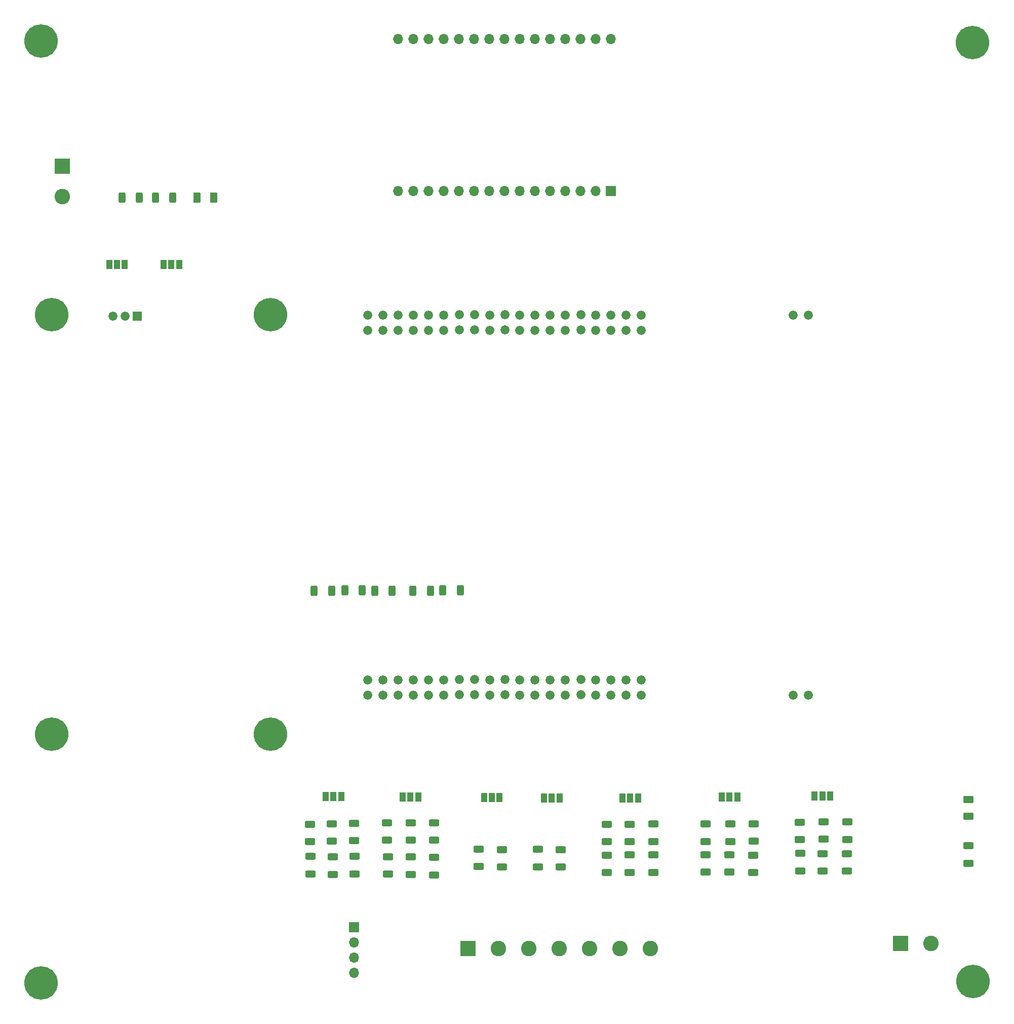
<source format=gts>
G04 #@! TF.GenerationSoftware,KiCad,Pcbnew,(6.0.11)*
G04 #@! TF.CreationDate,2023-04-07T23:50:29+07:00*
G04 #@! TF.ProjectId,FRA261,46524132-3631-42e6-9b69-6361645f7063,rev?*
G04 #@! TF.SameCoordinates,Original*
G04 #@! TF.FileFunction,Soldermask,Top*
G04 #@! TF.FilePolarity,Negative*
%FSLAX46Y46*%
G04 Gerber Fmt 4.6, Leading zero omitted, Abs format (unit mm)*
G04 Created by KiCad (PCBNEW (6.0.11)) date 2023-04-07 23:50:29*
%MOMM*%
%LPD*%
G01*
G04 APERTURE LIST*
G04 Aperture macros list*
%AMRoundRect*
0 Rectangle with rounded corners*
0 $1 Rounding radius*
0 $2 $3 $4 $5 $6 $7 $8 $9 X,Y pos of 4 corners*
0 Add a 4 corners polygon primitive as box body*
4,1,4,$2,$3,$4,$5,$6,$7,$8,$9,$2,$3,0*
0 Add four circle primitives for the rounded corners*
1,1,$1+$1,$2,$3*
1,1,$1+$1,$4,$5*
1,1,$1+$1,$6,$7*
1,1,$1+$1,$8,$9*
0 Add four rect primitives between the rounded corners*
20,1,$1+$1,$2,$3,$4,$5,0*
20,1,$1+$1,$4,$5,$6,$7,0*
20,1,$1+$1,$6,$7,$8,$9,0*
20,1,$1+$1,$8,$9,$2,$3,0*%
%AMFreePoly0*
4,1,30,0.171263,0.730184,0.328778,0.674096,0.469953,0.584503,0.587770,0.465861,0.676374,0.324064,0.731362,0.166161,0.750000,0.000000,0.749708,-0.020941,0.726437,-0.186517,0.667062,-0.342823,0.574533,-0.482091,0.453449,-0.597397,0.309828,-0.683013,0.150808,-0.734681,-0.015707,-0.749836,-0.181441,-0.727722,-0.338158,-0.669439,-0.478068,-0.577885,-0.594217,-0.457609,-0.680833,-0.314589,
-0.733611,-0.155934,-0.749927,0.010472,-0.728971,0.176357,-0.671784,0.333476,-0.581208,0.474022,-0.461746,0.591008,-0.319334,0.678620,-0.161051,0.732504,0.005236,0.749982,0.171263,0.730184,0.171263,0.730184,$1*%
G04 Aperture macros list end*
%ADD10RoundRect,0.250000X0.625000X-0.312500X0.625000X0.312500X-0.625000X0.312500X-0.625000X-0.312500X0*%
%ADD11RoundRect,0.250000X-0.625000X0.312500X-0.625000X-0.312500X0.625000X-0.312500X0.625000X0.312500X0*%
%ADD12RoundRect,0.250000X-0.625000X0.375000X-0.625000X-0.375000X0.625000X-0.375000X0.625000X0.375000X0*%
%ADD13R,2.600000X2.600000*%
%ADD14C,2.600000*%
%ADD15R,1.000000X1.500000*%
%ADD16C,5.600000*%
%ADD17C,3.600000*%
%ADD18RoundRect,0.250000X-0.312500X-0.625000X0.312500X-0.625000X0.312500X0.625000X-0.312500X0.625000X0*%
%ADD19RoundRect,0.250000X-0.375000X-0.625000X0.375000X-0.625000X0.375000X0.625000X-0.375000X0.625000X0*%
%ADD20RoundRect,0.250000X0.312500X0.625000X-0.312500X0.625000X-0.312500X-0.625000X0.312500X-0.625000X0*%
%ADD21FreePoly0,270.000000*%
%ADD22R,1.700000X1.700000*%
%ADD23O,1.700000X1.700000*%
%ADD24FreePoly0,90.000000*%
%ADD25R,1.500000X1.500000*%
G04 APERTURE END LIST*
D10*
X142280000Y-174467500D03*
X142280000Y-171542500D03*
D11*
X167550000Y-172435000D03*
X167550000Y-175360000D03*
D12*
X220240000Y-163150000D03*
X220240000Y-165950000D03*
D13*
X136595000Y-188105000D03*
D14*
X141675000Y-188105000D03*
X146755000Y-188105000D03*
X151835000Y-188105000D03*
X156915000Y-188105000D03*
X161995000Y-188105000D03*
X167075000Y-188105000D03*
D15*
X76610000Y-73800000D03*
X77910000Y-73800000D03*
X79210000Y-73800000D03*
D16*
X103560000Y-82180000D03*
D17*
X103560000Y-82180000D03*
X66940000Y-82130000D03*
D16*
X66940000Y-82130000D03*
D11*
X199980000Y-166902500D03*
X199980000Y-169827500D03*
D18*
X120980000Y-128280000D03*
X123905000Y-128280000D03*
D10*
X113930000Y-175670000D03*
X113930000Y-172745000D03*
D16*
X65180000Y-36450000D03*
D17*
X65180000Y-36450000D03*
D11*
X127000000Y-167067500D03*
X127000000Y-169992500D03*
X130880000Y-172837500D03*
X130880000Y-175762500D03*
D19*
X91260000Y-62580000D03*
X94060000Y-62580000D03*
D11*
X167590000Y-167255000D03*
X167590000Y-170180000D03*
D15*
X194530000Y-162557500D03*
X195830000Y-162557500D03*
X197130000Y-162557500D03*
D11*
X184270000Y-172470000D03*
X184270000Y-175395000D03*
D10*
X152040000Y-174472500D03*
X152040000Y-171547500D03*
D18*
X132380000Y-128250000D03*
X135305000Y-128250000D03*
D20*
X87237500Y-62610000D03*
X84312500Y-62610000D03*
D10*
X123040000Y-169992500D03*
X123040000Y-167067500D03*
D11*
X199930000Y-172230000D03*
X199930000Y-175155000D03*
X110140000Y-167287500D03*
X110140000Y-170212500D03*
D15*
X178980000Y-162757500D03*
X180280000Y-162757500D03*
X181580000Y-162757500D03*
D10*
X127020000Y-175702500D03*
X127020000Y-172777500D03*
D21*
X165570000Y-82210000D03*
X165570000Y-84750000D03*
X163030000Y-82210000D03*
X163030000Y-84750000D03*
X160490000Y-82210000D03*
X160490000Y-84750000D03*
X157950000Y-82210000D03*
X157950000Y-84750000D03*
X155418332Y-82184446D03*
X155418332Y-84724446D03*
X152870000Y-82210000D03*
X152870000Y-84750000D03*
X150330000Y-82210000D03*
X150330000Y-84750000D03*
X147790000Y-82210000D03*
X147790000Y-84750000D03*
X145250000Y-82210000D03*
X145250000Y-84750000D03*
X142769553Y-82184446D03*
X142769553Y-84724446D03*
X140203998Y-82244109D03*
X140203998Y-84784109D03*
X137638444Y-82184446D03*
X137638444Y-84724446D03*
X135132554Y-82184446D03*
X135132554Y-84724446D03*
X132550000Y-82210000D03*
X132550000Y-84750000D03*
X130010000Y-82210000D03*
X130010000Y-84750000D03*
X127470000Y-82210000D03*
X127470000Y-84750000D03*
X124930000Y-82210000D03*
X124930000Y-84750000D03*
X122390000Y-82210000D03*
X122390000Y-84750000D03*
X119850000Y-82210000D03*
X119850000Y-84750000D03*
X165570000Y-143170000D03*
X165570000Y-145710000D03*
X163030000Y-143170000D03*
X163030000Y-145710000D03*
X160490000Y-143170000D03*
X160490000Y-145710000D03*
X157950000Y-143170000D03*
X157950000Y-145710000D03*
X155418332Y-143144446D03*
X155418332Y-145684446D03*
X152870000Y-143170000D03*
X152870000Y-145710000D03*
X150330000Y-143170000D03*
X150330000Y-145710000D03*
X147790000Y-143170000D03*
X147790000Y-145710000D03*
X145250000Y-143170000D03*
X145250000Y-145710000D03*
X142769553Y-143144446D03*
X142769553Y-145684446D03*
X140203998Y-143204109D03*
X140203998Y-145744109D03*
X137638444Y-143144446D03*
X137638444Y-145684446D03*
X135132554Y-143144446D03*
X135132554Y-145684446D03*
X132550000Y-143170000D03*
X132550000Y-145710000D03*
X130010000Y-143170000D03*
X130010000Y-145710000D03*
X127470000Y-143170000D03*
X127470000Y-145710000D03*
X124930000Y-143170000D03*
X124930000Y-145710000D03*
X122390000Y-143170000D03*
X122390000Y-145710000D03*
X119850000Y-143170000D03*
X119850000Y-145710000D03*
X193510000Y-82210000D03*
X190970000Y-82210000D03*
X193510000Y-145710000D03*
X190970000Y-145710000D03*
D13*
X208885000Y-187255000D03*
D14*
X213965000Y-187255000D03*
D11*
X192020000Y-166980000D03*
X192020000Y-169905000D03*
D10*
X180260000Y-175325000D03*
X180260000Y-172400000D03*
D11*
X159760000Y-167295000D03*
X159760000Y-170220000D03*
X159790000Y-172455000D03*
X159790000Y-175380000D03*
D17*
X103560000Y-152260000D03*
D16*
X103560000Y-152260000D03*
D20*
X81632500Y-62600000D03*
X78707500Y-62600000D03*
D22*
X117485000Y-184500000D03*
D23*
X117485000Y-187040000D03*
X117485000Y-189580000D03*
X117485000Y-192120000D03*
D11*
X117520000Y-167115000D03*
X117520000Y-170040000D03*
X117590000Y-172685000D03*
X117590000Y-175610000D03*
D16*
X66940000Y-152280000D03*
D17*
X66940000Y-152280000D03*
D10*
X196030000Y-169812500D03*
X196030000Y-166887500D03*
D11*
X123220000Y-172727500D03*
X123220000Y-175652500D03*
D15*
X149260000Y-162887500D03*
X150560000Y-162887500D03*
X151860000Y-162887500D03*
D11*
X220210000Y-170895000D03*
X220210000Y-173820000D03*
D16*
X65180000Y-193810000D03*
D17*
X65180000Y-193810000D03*
D15*
X162410000Y-162907500D03*
X163710000Y-162907500D03*
X165010000Y-162907500D03*
D10*
X195870000Y-175155000D03*
X195870000Y-172230000D03*
D15*
X85690000Y-73740000D03*
X86990000Y-73740000D03*
X88290000Y-73740000D03*
D18*
X115990000Y-128250000D03*
X118915000Y-128250000D03*
D10*
X163580000Y-170230000D03*
X163580000Y-167305000D03*
D11*
X138330000Y-171465000D03*
X138330000Y-174390000D03*
D16*
X220930000Y-36650000D03*
D17*
X220930000Y-36650000D03*
D13*
X68755000Y-57375000D03*
D14*
X68755000Y-62455000D03*
D10*
X163600000Y-175357500D03*
X163600000Y-172432500D03*
D11*
X192080000Y-172170000D03*
X192080000Y-175095000D03*
D15*
X139260000Y-162815000D03*
X140560000Y-162815000D03*
X141860000Y-162815000D03*
D18*
X127350000Y-128280000D03*
X130275000Y-128280000D03*
D16*
X220990000Y-193550000D03*
D17*
X220990000Y-193550000D03*
D11*
X184300000Y-167202500D03*
X184300000Y-170127500D03*
D18*
X110837500Y-128290000D03*
X113762500Y-128290000D03*
D11*
X148230000Y-171477500D03*
X148230000Y-174402500D03*
D15*
X112780000Y-162700000D03*
X114080000Y-162700000D03*
X115380000Y-162700000D03*
D11*
X176310000Y-167240000D03*
X176310000Y-170165000D03*
D15*
X125640000Y-162787500D03*
X126940000Y-162787500D03*
X128240000Y-162787500D03*
D10*
X113800000Y-170130000D03*
X113800000Y-167205000D03*
D23*
X160460000Y-36130000D03*
X157920000Y-36130000D03*
X155380000Y-36130000D03*
X152840000Y-36130000D03*
X150300000Y-36130000D03*
X147760000Y-36130000D03*
X145220000Y-36130000D03*
X142680000Y-36130000D03*
X140140000Y-36130000D03*
X137600000Y-36130000D03*
X135060000Y-36130000D03*
X132520000Y-36130000D03*
X129980000Y-36130000D03*
X127440000Y-36130000D03*
X124900000Y-36130000D03*
D22*
X160460000Y-61530000D03*
D23*
X157920000Y-61530000D03*
X155380000Y-61530000D03*
X152840000Y-61530000D03*
X150300000Y-61530000D03*
X147760000Y-61530000D03*
X145220000Y-61530000D03*
X142680000Y-61530000D03*
X140140000Y-61530000D03*
X137600000Y-61530000D03*
X135060000Y-61530000D03*
X132520000Y-61530000D03*
X129980000Y-61530000D03*
X127440000Y-61530000D03*
X124900000Y-61530000D03*
D24*
X77250000Y-82370000D03*
X79250000Y-82370000D03*
D25*
X81250000Y-82370000D03*
D10*
X130900000Y-169980000D03*
X130900000Y-167055000D03*
D11*
X110260000Y-172695000D03*
X110260000Y-175620000D03*
X176290000Y-172382500D03*
X176290000Y-175307500D03*
D10*
X180440000Y-170165000D03*
X180440000Y-167240000D03*
M02*

</source>
